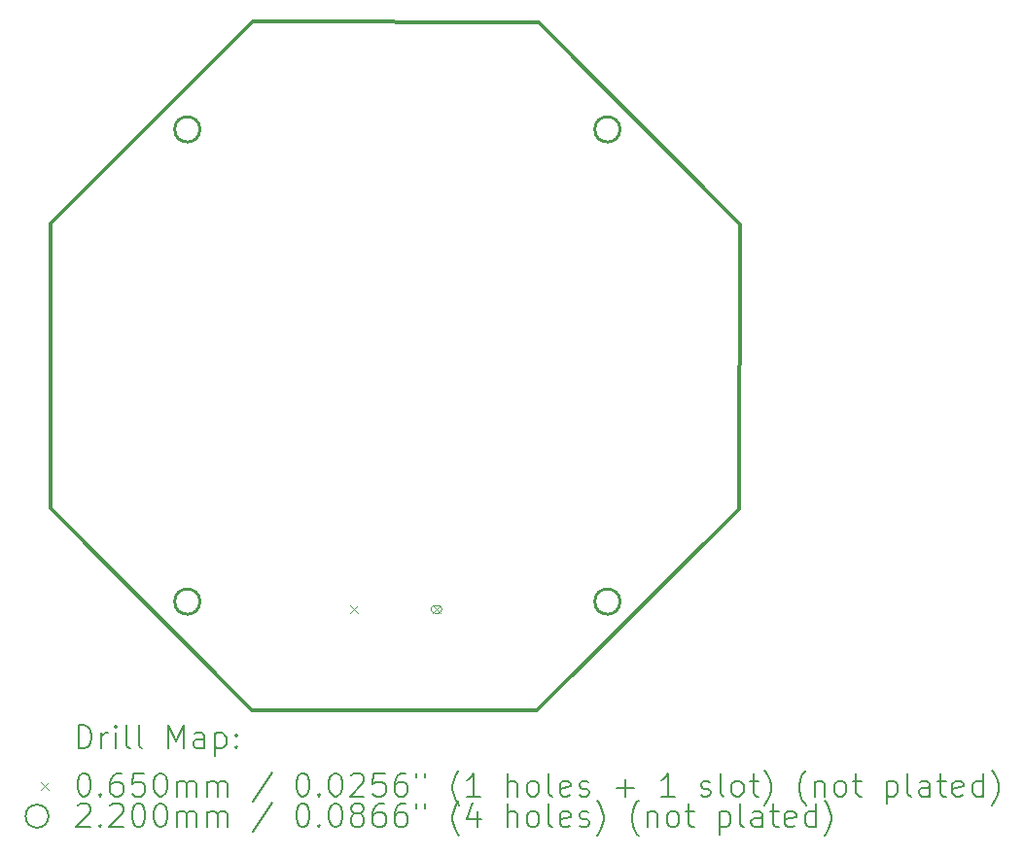
<source format=gbr>
%TF.GenerationSoftware,KiCad,Pcbnew,7.0.9-7.0.9~ubuntu22.04.1*%
%TF.CreationDate,2023-12-21T18:53:37+01:00*%
%TF.ProjectId,lidar 2 round,6c696461-7220-4322-9072-6f756e642e6b,rev?*%
%TF.SameCoordinates,Original*%
%TF.FileFunction,Drillmap*%
%TF.FilePolarity,Positive*%
%FSLAX45Y45*%
G04 Gerber Fmt 4.5, Leading zero omitted, Abs format (unit mm)*
G04 Created by KiCad (PCBNEW 7.0.9-7.0.9~ubuntu22.04.1) date 2023-12-21 18:53:37*
%MOMM*%
%LPD*%
G01*
G04 APERTURE LIST*
%ADD10C,0.349999*%
%ADD11C,0.200000*%
%ADD12C,0.100000*%
%ADD13C,0.220000*%
G04 APERTURE END LIST*
D10*
X16900000Y-8700000D02*
X15146659Y-6940976D01*
X16895981Y-11183617D02*
X16900000Y-8700000D01*
X15136957Y-12936957D02*
X16895981Y-11183617D01*
X10900000Y-11173914D02*
X12653341Y-12932938D01*
X10904019Y-8690298D02*
X10900000Y-11173914D01*
X12653341Y-12932938D02*
X15136957Y-12936957D01*
X12663043Y-6936957D02*
X10904019Y-8690298D01*
X15146659Y-6940976D02*
X12663043Y-6936957D01*
D11*
D12*
X13508500Y-12022500D02*
X13573500Y-12087500D01*
X13573500Y-12022500D02*
X13508500Y-12087500D01*
X14228500Y-12022500D02*
X14293500Y-12087500D01*
X14293500Y-12022500D02*
X14228500Y-12087500D01*
X14246000Y-12087500D02*
X14276000Y-12087500D01*
X14276000Y-12087500D02*
G75*
G03*
X14276000Y-12022500I0J32500D01*
G01*
X14276000Y-12022500D02*
X14246000Y-12022500D01*
X14246000Y-12022500D02*
G75*
G03*
X14246000Y-12087500I0J-32500D01*
G01*
D13*
X12200400Y-7874000D02*
G75*
G03*
X12200400Y-7874000I-110000J0D01*
G01*
X12200400Y-11988800D02*
G75*
G03*
X12200400Y-11988800I-110000J0D01*
G01*
X15858000Y-7874000D02*
G75*
G03*
X15858000Y-7874000I-110000J0D01*
G01*
X15858000Y-11988800D02*
G75*
G03*
X15858000Y-11988800I-110000J0D01*
G01*
D11*
X11143277Y-13265941D02*
X11143277Y-13065941D01*
X11143277Y-13065941D02*
X11190896Y-13065941D01*
X11190896Y-13065941D02*
X11219468Y-13075465D01*
X11219468Y-13075465D02*
X11238515Y-13094512D01*
X11238515Y-13094512D02*
X11248039Y-13113560D01*
X11248039Y-13113560D02*
X11257563Y-13151655D01*
X11257563Y-13151655D02*
X11257563Y-13180226D01*
X11257563Y-13180226D02*
X11248039Y-13218322D01*
X11248039Y-13218322D02*
X11238515Y-13237369D01*
X11238515Y-13237369D02*
X11219468Y-13256417D01*
X11219468Y-13256417D02*
X11190896Y-13265941D01*
X11190896Y-13265941D02*
X11143277Y-13265941D01*
X11343277Y-13265941D02*
X11343277Y-13132607D01*
X11343277Y-13170703D02*
X11352801Y-13151655D01*
X11352801Y-13151655D02*
X11362325Y-13142131D01*
X11362325Y-13142131D02*
X11381372Y-13132607D01*
X11381372Y-13132607D02*
X11400420Y-13132607D01*
X11467087Y-13265941D02*
X11467087Y-13132607D01*
X11467087Y-13065941D02*
X11457563Y-13075465D01*
X11457563Y-13075465D02*
X11467087Y-13084988D01*
X11467087Y-13084988D02*
X11476610Y-13075465D01*
X11476610Y-13075465D02*
X11467087Y-13065941D01*
X11467087Y-13065941D02*
X11467087Y-13084988D01*
X11590896Y-13265941D02*
X11571848Y-13256417D01*
X11571848Y-13256417D02*
X11562325Y-13237369D01*
X11562325Y-13237369D02*
X11562325Y-13065941D01*
X11695658Y-13265941D02*
X11676610Y-13256417D01*
X11676610Y-13256417D02*
X11667087Y-13237369D01*
X11667087Y-13237369D02*
X11667087Y-13065941D01*
X11924229Y-13265941D02*
X11924229Y-13065941D01*
X11924229Y-13065941D02*
X11990896Y-13208798D01*
X11990896Y-13208798D02*
X12057563Y-13065941D01*
X12057563Y-13065941D02*
X12057563Y-13265941D01*
X12238515Y-13265941D02*
X12238515Y-13161179D01*
X12238515Y-13161179D02*
X12228991Y-13142131D01*
X12228991Y-13142131D02*
X12209944Y-13132607D01*
X12209944Y-13132607D02*
X12171848Y-13132607D01*
X12171848Y-13132607D02*
X12152801Y-13142131D01*
X12238515Y-13256417D02*
X12219468Y-13265941D01*
X12219468Y-13265941D02*
X12171848Y-13265941D01*
X12171848Y-13265941D02*
X12152801Y-13256417D01*
X12152801Y-13256417D02*
X12143277Y-13237369D01*
X12143277Y-13237369D02*
X12143277Y-13218322D01*
X12143277Y-13218322D02*
X12152801Y-13199274D01*
X12152801Y-13199274D02*
X12171848Y-13189750D01*
X12171848Y-13189750D02*
X12219468Y-13189750D01*
X12219468Y-13189750D02*
X12238515Y-13180226D01*
X12333753Y-13132607D02*
X12333753Y-13332607D01*
X12333753Y-13142131D02*
X12352801Y-13132607D01*
X12352801Y-13132607D02*
X12390896Y-13132607D01*
X12390896Y-13132607D02*
X12409944Y-13142131D01*
X12409944Y-13142131D02*
X12419468Y-13151655D01*
X12419468Y-13151655D02*
X12428991Y-13170703D01*
X12428991Y-13170703D02*
X12428991Y-13227845D01*
X12428991Y-13227845D02*
X12419468Y-13246893D01*
X12419468Y-13246893D02*
X12409944Y-13256417D01*
X12409944Y-13256417D02*
X12390896Y-13265941D01*
X12390896Y-13265941D02*
X12352801Y-13265941D01*
X12352801Y-13265941D02*
X12333753Y-13256417D01*
X12514706Y-13246893D02*
X12524229Y-13256417D01*
X12524229Y-13256417D02*
X12514706Y-13265941D01*
X12514706Y-13265941D02*
X12505182Y-13256417D01*
X12505182Y-13256417D02*
X12514706Y-13246893D01*
X12514706Y-13246893D02*
X12514706Y-13265941D01*
X12514706Y-13142131D02*
X12524229Y-13151655D01*
X12524229Y-13151655D02*
X12514706Y-13161179D01*
X12514706Y-13161179D02*
X12505182Y-13151655D01*
X12505182Y-13151655D02*
X12514706Y-13142131D01*
X12514706Y-13142131D02*
X12514706Y-13161179D01*
D12*
X10817500Y-13561957D02*
X10882500Y-13626957D01*
X10882500Y-13561957D02*
X10817500Y-13626957D01*
D11*
X11181372Y-13485941D02*
X11200420Y-13485941D01*
X11200420Y-13485941D02*
X11219468Y-13495465D01*
X11219468Y-13495465D02*
X11228991Y-13504988D01*
X11228991Y-13504988D02*
X11238515Y-13524036D01*
X11238515Y-13524036D02*
X11248039Y-13562131D01*
X11248039Y-13562131D02*
X11248039Y-13609750D01*
X11248039Y-13609750D02*
X11238515Y-13647845D01*
X11238515Y-13647845D02*
X11228991Y-13666893D01*
X11228991Y-13666893D02*
X11219468Y-13676417D01*
X11219468Y-13676417D02*
X11200420Y-13685941D01*
X11200420Y-13685941D02*
X11181372Y-13685941D01*
X11181372Y-13685941D02*
X11162325Y-13676417D01*
X11162325Y-13676417D02*
X11152801Y-13666893D01*
X11152801Y-13666893D02*
X11143277Y-13647845D01*
X11143277Y-13647845D02*
X11133753Y-13609750D01*
X11133753Y-13609750D02*
X11133753Y-13562131D01*
X11133753Y-13562131D02*
X11143277Y-13524036D01*
X11143277Y-13524036D02*
X11152801Y-13504988D01*
X11152801Y-13504988D02*
X11162325Y-13495465D01*
X11162325Y-13495465D02*
X11181372Y-13485941D01*
X11333753Y-13666893D02*
X11343277Y-13676417D01*
X11343277Y-13676417D02*
X11333753Y-13685941D01*
X11333753Y-13685941D02*
X11324229Y-13676417D01*
X11324229Y-13676417D02*
X11333753Y-13666893D01*
X11333753Y-13666893D02*
X11333753Y-13685941D01*
X11514706Y-13485941D02*
X11476610Y-13485941D01*
X11476610Y-13485941D02*
X11457563Y-13495465D01*
X11457563Y-13495465D02*
X11448039Y-13504988D01*
X11448039Y-13504988D02*
X11428991Y-13533560D01*
X11428991Y-13533560D02*
X11419468Y-13571655D01*
X11419468Y-13571655D02*
X11419468Y-13647845D01*
X11419468Y-13647845D02*
X11428991Y-13666893D01*
X11428991Y-13666893D02*
X11438515Y-13676417D01*
X11438515Y-13676417D02*
X11457563Y-13685941D01*
X11457563Y-13685941D02*
X11495658Y-13685941D01*
X11495658Y-13685941D02*
X11514706Y-13676417D01*
X11514706Y-13676417D02*
X11524229Y-13666893D01*
X11524229Y-13666893D02*
X11533753Y-13647845D01*
X11533753Y-13647845D02*
X11533753Y-13600226D01*
X11533753Y-13600226D02*
X11524229Y-13581179D01*
X11524229Y-13581179D02*
X11514706Y-13571655D01*
X11514706Y-13571655D02*
X11495658Y-13562131D01*
X11495658Y-13562131D02*
X11457563Y-13562131D01*
X11457563Y-13562131D02*
X11438515Y-13571655D01*
X11438515Y-13571655D02*
X11428991Y-13581179D01*
X11428991Y-13581179D02*
X11419468Y-13600226D01*
X11714706Y-13485941D02*
X11619468Y-13485941D01*
X11619468Y-13485941D02*
X11609944Y-13581179D01*
X11609944Y-13581179D02*
X11619468Y-13571655D01*
X11619468Y-13571655D02*
X11638515Y-13562131D01*
X11638515Y-13562131D02*
X11686134Y-13562131D01*
X11686134Y-13562131D02*
X11705182Y-13571655D01*
X11705182Y-13571655D02*
X11714706Y-13581179D01*
X11714706Y-13581179D02*
X11724229Y-13600226D01*
X11724229Y-13600226D02*
X11724229Y-13647845D01*
X11724229Y-13647845D02*
X11714706Y-13666893D01*
X11714706Y-13666893D02*
X11705182Y-13676417D01*
X11705182Y-13676417D02*
X11686134Y-13685941D01*
X11686134Y-13685941D02*
X11638515Y-13685941D01*
X11638515Y-13685941D02*
X11619468Y-13676417D01*
X11619468Y-13676417D02*
X11609944Y-13666893D01*
X11848039Y-13485941D02*
X11867087Y-13485941D01*
X11867087Y-13485941D02*
X11886134Y-13495465D01*
X11886134Y-13495465D02*
X11895658Y-13504988D01*
X11895658Y-13504988D02*
X11905182Y-13524036D01*
X11905182Y-13524036D02*
X11914706Y-13562131D01*
X11914706Y-13562131D02*
X11914706Y-13609750D01*
X11914706Y-13609750D02*
X11905182Y-13647845D01*
X11905182Y-13647845D02*
X11895658Y-13666893D01*
X11895658Y-13666893D02*
X11886134Y-13676417D01*
X11886134Y-13676417D02*
X11867087Y-13685941D01*
X11867087Y-13685941D02*
X11848039Y-13685941D01*
X11848039Y-13685941D02*
X11828991Y-13676417D01*
X11828991Y-13676417D02*
X11819468Y-13666893D01*
X11819468Y-13666893D02*
X11809944Y-13647845D01*
X11809944Y-13647845D02*
X11800420Y-13609750D01*
X11800420Y-13609750D02*
X11800420Y-13562131D01*
X11800420Y-13562131D02*
X11809944Y-13524036D01*
X11809944Y-13524036D02*
X11819468Y-13504988D01*
X11819468Y-13504988D02*
X11828991Y-13495465D01*
X11828991Y-13495465D02*
X11848039Y-13485941D01*
X12000420Y-13685941D02*
X12000420Y-13552607D01*
X12000420Y-13571655D02*
X12009944Y-13562131D01*
X12009944Y-13562131D02*
X12028991Y-13552607D01*
X12028991Y-13552607D02*
X12057563Y-13552607D01*
X12057563Y-13552607D02*
X12076610Y-13562131D01*
X12076610Y-13562131D02*
X12086134Y-13581179D01*
X12086134Y-13581179D02*
X12086134Y-13685941D01*
X12086134Y-13581179D02*
X12095658Y-13562131D01*
X12095658Y-13562131D02*
X12114706Y-13552607D01*
X12114706Y-13552607D02*
X12143277Y-13552607D01*
X12143277Y-13552607D02*
X12162325Y-13562131D01*
X12162325Y-13562131D02*
X12171849Y-13581179D01*
X12171849Y-13581179D02*
X12171849Y-13685941D01*
X12267087Y-13685941D02*
X12267087Y-13552607D01*
X12267087Y-13571655D02*
X12276610Y-13562131D01*
X12276610Y-13562131D02*
X12295658Y-13552607D01*
X12295658Y-13552607D02*
X12324230Y-13552607D01*
X12324230Y-13552607D02*
X12343277Y-13562131D01*
X12343277Y-13562131D02*
X12352801Y-13581179D01*
X12352801Y-13581179D02*
X12352801Y-13685941D01*
X12352801Y-13581179D02*
X12362325Y-13562131D01*
X12362325Y-13562131D02*
X12381372Y-13552607D01*
X12381372Y-13552607D02*
X12409944Y-13552607D01*
X12409944Y-13552607D02*
X12428991Y-13562131D01*
X12428991Y-13562131D02*
X12438515Y-13581179D01*
X12438515Y-13581179D02*
X12438515Y-13685941D01*
X12828991Y-13476417D02*
X12657563Y-13733560D01*
X13086134Y-13485941D02*
X13105182Y-13485941D01*
X13105182Y-13485941D02*
X13124230Y-13495465D01*
X13124230Y-13495465D02*
X13133753Y-13504988D01*
X13133753Y-13504988D02*
X13143277Y-13524036D01*
X13143277Y-13524036D02*
X13152801Y-13562131D01*
X13152801Y-13562131D02*
X13152801Y-13609750D01*
X13152801Y-13609750D02*
X13143277Y-13647845D01*
X13143277Y-13647845D02*
X13133753Y-13666893D01*
X13133753Y-13666893D02*
X13124230Y-13676417D01*
X13124230Y-13676417D02*
X13105182Y-13685941D01*
X13105182Y-13685941D02*
X13086134Y-13685941D01*
X13086134Y-13685941D02*
X13067087Y-13676417D01*
X13067087Y-13676417D02*
X13057563Y-13666893D01*
X13057563Y-13666893D02*
X13048039Y-13647845D01*
X13048039Y-13647845D02*
X13038515Y-13609750D01*
X13038515Y-13609750D02*
X13038515Y-13562131D01*
X13038515Y-13562131D02*
X13048039Y-13524036D01*
X13048039Y-13524036D02*
X13057563Y-13504988D01*
X13057563Y-13504988D02*
X13067087Y-13495465D01*
X13067087Y-13495465D02*
X13086134Y-13485941D01*
X13238515Y-13666893D02*
X13248039Y-13676417D01*
X13248039Y-13676417D02*
X13238515Y-13685941D01*
X13238515Y-13685941D02*
X13228992Y-13676417D01*
X13228992Y-13676417D02*
X13238515Y-13666893D01*
X13238515Y-13666893D02*
X13238515Y-13685941D01*
X13371849Y-13485941D02*
X13390896Y-13485941D01*
X13390896Y-13485941D02*
X13409944Y-13495465D01*
X13409944Y-13495465D02*
X13419468Y-13504988D01*
X13419468Y-13504988D02*
X13428992Y-13524036D01*
X13428992Y-13524036D02*
X13438515Y-13562131D01*
X13438515Y-13562131D02*
X13438515Y-13609750D01*
X13438515Y-13609750D02*
X13428992Y-13647845D01*
X13428992Y-13647845D02*
X13419468Y-13666893D01*
X13419468Y-13666893D02*
X13409944Y-13676417D01*
X13409944Y-13676417D02*
X13390896Y-13685941D01*
X13390896Y-13685941D02*
X13371849Y-13685941D01*
X13371849Y-13685941D02*
X13352801Y-13676417D01*
X13352801Y-13676417D02*
X13343277Y-13666893D01*
X13343277Y-13666893D02*
X13333753Y-13647845D01*
X13333753Y-13647845D02*
X13324230Y-13609750D01*
X13324230Y-13609750D02*
X13324230Y-13562131D01*
X13324230Y-13562131D02*
X13333753Y-13524036D01*
X13333753Y-13524036D02*
X13343277Y-13504988D01*
X13343277Y-13504988D02*
X13352801Y-13495465D01*
X13352801Y-13495465D02*
X13371849Y-13485941D01*
X13514706Y-13504988D02*
X13524230Y-13495465D01*
X13524230Y-13495465D02*
X13543277Y-13485941D01*
X13543277Y-13485941D02*
X13590896Y-13485941D01*
X13590896Y-13485941D02*
X13609944Y-13495465D01*
X13609944Y-13495465D02*
X13619468Y-13504988D01*
X13619468Y-13504988D02*
X13628992Y-13524036D01*
X13628992Y-13524036D02*
X13628992Y-13543084D01*
X13628992Y-13543084D02*
X13619468Y-13571655D01*
X13619468Y-13571655D02*
X13505182Y-13685941D01*
X13505182Y-13685941D02*
X13628992Y-13685941D01*
X13809944Y-13485941D02*
X13714706Y-13485941D01*
X13714706Y-13485941D02*
X13705182Y-13581179D01*
X13705182Y-13581179D02*
X13714706Y-13571655D01*
X13714706Y-13571655D02*
X13733753Y-13562131D01*
X13733753Y-13562131D02*
X13781373Y-13562131D01*
X13781373Y-13562131D02*
X13800420Y-13571655D01*
X13800420Y-13571655D02*
X13809944Y-13581179D01*
X13809944Y-13581179D02*
X13819468Y-13600226D01*
X13819468Y-13600226D02*
X13819468Y-13647845D01*
X13819468Y-13647845D02*
X13809944Y-13666893D01*
X13809944Y-13666893D02*
X13800420Y-13676417D01*
X13800420Y-13676417D02*
X13781373Y-13685941D01*
X13781373Y-13685941D02*
X13733753Y-13685941D01*
X13733753Y-13685941D02*
X13714706Y-13676417D01*
X13714706Y-13676417D02*
X13705182Y-13666893D01*
X13990896Y-13485941D02*
X13952801Y-13485941D01*
X13952801Y-13485941D02*
X13933753Y-13495465D01*
X13933753Y-13495465D02*
X13924230Y-13504988D01*
X13924230Y-13504988D02*
X13905182Y-13533560D01*
X13905182Y-13533560D02*
X13895658Y-13571655D01*
X13895658Y-13571655D02*
X13895658Y-13647845D01*
X13895658Y-13647845D02*
X13905182Y-13666893D01*
X13905182Y-13666893D02*
X13914706Y-13676417D01*
X13914706Y-13676417D02*
X13933753Y-13685941D01*
X13933753Y-13685941D02*
X13971849Y-13685941D01*
X13971849Y-13685941D02*
X13990896Y-13676417D01*
X13990896Y-13676417D02*
X14000420Y-13666893D01*
X14000420Y-13666893D02*
X14009944Y-13647845D01*
X14009944Y-13647845D02*
X14009944Y-13600226D01*
X14009944Y-13600226D02*
X14000420Y-13581179D01*
X14000420Y-13581179D02*
X13990896Y-13571655D01*
X13990896Y-13571655D02*
X13971849Y-13562131D01*
X13971849Y-13562131D02*
X13933753Y-13562131D01*
X13933753Y-13562131D02*
X13914706Y-13571655D01*
X13914706Y-13571655D02*
X13905182Y-13581179D01*
X13905182Y-13581179D02*
X13895658Y-13600226D01*
X14086134Y-13485941D02*
X14086134Y-13524036D01*
X14162325Y-13485941D02*
X14162325Y-13524036D01*
X14457563Y-13762131D02*
X14448039Y-13752607D01*
X14448039Y-13752607D02*
X14428992Y-13724036D01*
X14428992Y-13724036D02*
X14419468Y-13704988D01*
X14419468Y-13704988D02*
X14409944Y-13676417D01*
X14409944Y-13676417D02*
X14400420Y-13628798D01*
X14400420Y-13628798D02*
X14400420Y-13590703D01*
X14400420Y-13590703D02*
X14409944Y-13543084D01*
X14409944Y-13543084D02*
X14419468Y-13514512D01*
X14419468Y-13514512D02*
X14428992Y-13495465D01*
X14428992Y-13495465D02*
X14448039Y-13466893D01*
X14448039Y-13466893D02*
X14457563Y-13457369D01*
X14638515Y-13685941D02*
X14524230Y-13685941D01*
X14581373Y-13685941D02*
X14581373Y-13485941D01*
X14581373Y-13485941D02*
X14562325Y-13514512D01*
X14562325Y-13514512D02*
X14543277Y-13533560D01*
X14543277Y-13533560D02*
X14524230Y-13543084D01*
X14876611Y-13685941D02*
X14876611Y-13485941D01*
X14962325Y-13685941D02*
X14962325Y-13581179D01*
X14962325Y-13581179D02*
X14952801Y-13562131D01*
X14952801Y-13562131D02*
X14933754Y-13552607D01*
X14933754Y-13552607D02*
X14905182Y-13552607D01*
X14905182Y-13552607D02*
X14886135Y-13562131D01*
X14886135Y-13562131D02*
X14876611Y-13571655D01*
X15086135Y-13685941D02*
X15067087Y-13676417D01*
X15067087Y-13676417D02*
X15057563Y-13666893D01*
X15057563Y-13666893D02*
X15048039Y-13647845D01*
X15048039Y-13647845D02*
X15048039Y-13590703D01*
X15048039Y-13590703D02*
X15057563Y-13571655D01*
X15057563Y-13571655D02*
X15067087Y-13562131D01*
X15067087Y-13562131D02*
X15086135Y-13552607D01*
X15086135Y-13552607D02*
X15114706Y-13552607D01*
X15114706Y-13552607D02*
X15133754Y-13562131D01*
X15133754Y-13562131D02*
X15143277Y-13571655D01*
X15143277Y-13571655D02*
X15152801Y-13590703D01*
X15152801Y-13590703D02*
X15152801Y-13647845D01*
X15152801Y-13647845D02*
X15143277Y-13666893D01*
X15143277Y-13666893D02*
X15133754Y-13676417D01*
X15133754Y-13676417D02*
X15114706Y-13685941D01*
X15114706Y-13685941D02*
X15086135Y-13685941D01*
X15267087Y-13685941D02*
X15248039Y-13676417D01*
X15248039Y-13676417D02*
X15238516Y-13657369D01*
X15238516Y-13657369D02*
X15238516Y-13485941D01*
X15419468Y-13676417D02*
X15400420Y-13685941D01*
X15400420Y-13685941D02*
X15362325Y-13685941D01*
X15362325Y-13685941D02*
X15343277Y-13676417D01*
X15343277Y-13676417D02*
X15333754Y-13657369D01*
X15333754Y-13657369D02*
X15333754Y-13581179D01*
X15333754Y-13581179D02*
X15343277Y-13562131D01*
X15343277Y-13562131D02*
X15362325Y-13552607D01*
X15362325Y-13552607D02*
X15400420Y-13552607D01*
X15400420Y-13552607D02*
X15419468Y-13562131D01*
X15419468Y-13562131D02*
X15428992Y-13581179D01*
X15428992Y-13581179D02*
X15428992Y-13600226D01*
X15428992Y-13600226D02*
X15333754Y-13619274D01*
X15505182Y-13676417D02*
X15524230Y-13685941D01*
X15524230Y-13685941D02*
X15562325Y-13685941D01*
X15562325Y-13685941D02*
X15581373Y-13676417D01*
X15581373Y-13676417D02*
X15590897Y-13657369D01*
X15590897Y-13657369D02*
X15590897Y-13647845D01*
X15590897Y-13647845D02*
X15581373Y-13628798D01*
X15581373Y-13628798D02*
X15562325Y-13619274D01*
X15562325Y-13619274D02*
X15533754Y-13619274D01*
X15533754Y-13619274D02*
X15514706Y-13609750D01*
X15514706Y-13609750D02*
X15505182Y-13590703D01*
X15505182Y-13590703D02*
X15505182Y-13581179D01*
X15505182Y-13581179D02*
X15514706Y-13562131D01*
X15514706Y-13562131D02*
X15533754Y-13552607D01*
X15533754Y-13552607D02*
X15562325Y-13552607D01*
X15562325Y-13552607D02*
X15581373Y-13562131D01*
X15828992Y-13609750D02*
X15981373Y-13609750D01*
X15905182Y-13685941D02*
X15905182Y-13533560D01*
X16333754Y-13685941D02*
X16219468Y-13685941D01*
X16276611Y-13685941D02*
X16276611Y-13485941D01*
X16276611Y-13485941D02*
X16257563Y-13514512D01*
X16257563Y-13514512D02*
X16238516Y-13533560D01*
X16238516Y-13533560D02*
X16219468Y-13543084D01*
X16562325Y-13676417D02*
X16581373Y-13685941D01*
X16581373Y-13685941D02*
X16619468Y-13685941D01*
X16619468Y-13685941D02*
X16638516Y-13676417D01*
X16638516Y-13676417D02*
X16648040Y-13657369D01*
X16648040Y-13657369D02*
X16648040Y-13647845D01*
X16648040Y-13647845D02*
X16638516Y-13628798D01*
X16638516Y-13628798D02*
X16619468Y-13619274D01*
X16619468Y-13619274D02*
X16590897Y-13619274D01*
X16590897Y-13619274D02*
X16571849Y-13609750D01*
X16571849Y-13609750D02*
X16562325Y-13590703D01*
X16562325Y-13590703D02*
X16562325Y-13581179D01*
X16562325Y-13581179D02*
X16571849Y-13562131D01*
X16571849Y-13562131D02*
X16590897Y-13552607D01*
X16590897Y-13552607D02*
X16619468Y-13552607D01*
X16619468Y-13552607D02*
X16638516Y-13562131D01*
X16762325Y-13685941D02*
X16743278Y-13676417D01*
X16743278Y-13676417D02*
X16733754Y-13657369D01*
X16733754Y-13657369D02*
X16733754Y-13485941D01*
X16867087Y-13685941D02*
X16848040Y-13676417D01*
X16848040Y-13676417D02*
X16838516Y-13666893D01*
X16838516Y-13666893D02*
X16828992Y-13647845D01*
X16828992Y-13647845D02*
X16828992Y-13590703D01*
X16828992Y-13590703D02*
X16838516Y-13571655D01*
X16838516Y-13571655D02*
X16848040Y-13562131D01*
X16848040Y-13562131D02*
X16867087Y-13552607D01*
X16867087Y-13552607D02*
X16895659Y-13552607D01*
X16895659Y-13552607D02*
X16914706Y-13562131D01*
X16914706Y-13562131D02*
X16924230Y-13571655D01*
X16924230Y-13571655D02*
X16933754Y-13590703D01*
X16933754Y-13590703D02*
X16933754Y-13647845D01*
X16933754Y-13647845D02*
X16924230Y-13666893D01*
X16924230Y-13666893D02*
X16914706Y-13676417D01*
X16914706Y-13676417D02*
X16895659Y-13685941D01*
X16895659Y-13685941D02*
X16867087Y-13685941D01*
X16990897Y-13552607D02*
X17067087Y-13552607D01*
X17019468Y-13485941D02*
X17019468Y-13657369D01*
X17019468Y-13657369D02*
X17028992Y-13676417D01*
X17028992Y-13676417D02*
X17048040Y-13685941D01*
X17048040Y-13685941D02*
X17067087Y-13685941D01*
X17114706Y-13762131D02*
X17124230Y-13752607D01*
X17124230Y-13752607D02*
X17143278Y-13724036D01*
X17143278Y-13724036D02*
X17152802Y-13704988D01*
X17152802Y-13704988D02*
X17162325Y-13676417D01*
X17162325Y-13676417D02*
X17171849Y-13628798D01*
X17171849Y-13628798D02*
X17171849Y-13590703D01*
X17171849Y-13590703D02*
X17162325Y-13543084D01*
X17162325Y-13543084D02*
X17152802Y-13514512D01*
X17152802Y-13514512D02*
X17143278Y-13495465D01*
X17143278Y-13495465D02*
X17124230Y-13466893D01*
X17124230Y-13466893D02*
X17114706Y-13457369D01*
X17476611Y-13762131D02*
X17467087Y-13752607D01*
X17467087Y-13752607D02*
X17448040Y-13724036D01*
X17448040Y-13724036D02*
X17438516Y-13704988D01*
X17438516Y-13704988D02*
X17428992Y-13676417D01*
X17428992Y-13676417D02*
X17419468Y-13628798D01*
X17419468Y-13628798D02*
X17419468Y-13590703D01*
X17419468Y-13590703D02*
X17428992Y-13543084D01*
X17428992Y-13543084D02*
X17438516Y-13514512D01*
X17438516Y-13514512D02*
X17448040Y-13495465D01*
X17448040Y-13495465D02*
X17467087Y-13466893D01*
X17467087Y-13466893D02*
X17476611Y-13457369D01*
X17552802Y-13552607D02*
X17552802Y-13685941D01*
X17552802Y-13571655D02*
X17562325Y-13562131D01*
X17562325Y-13562131D02*
X17581373Y-13552607D01*
X17581373Y-13552607D02*
X17609944Y-13552607D01*
X17609944Y-13552607D02*
X17628992Y-13562131D01*
X17628992Y-13562131D02*
X17638516Y-13581179D01*
X17638516Y-13581179D02*
X17638516Y-13685941D01*
X17762325Y-13685941D02*
X17743278Y-13676417D01*
X17743278Y-13676417D02*
X17733754Y-13666893D01*
X17733754Y-13666893D02*
X17724230Y-13647845D01*
X17724230Y-13647845D02*
X17724230Y-13590703D01*
X17724230Y-13590703D02*
X17733754Y-13571655D01*
X17733754Y-13571655D02*
X17743278Y-13562131D01*
X17743278Y-13562131D02*
X17762325Y-13552607D01*
X17762325Y-13552607D02*
X17790897Y-13552607D01*
X17790897Y-13552607D02*
X17809944Y-13562131D01*
X17809944Y-13562131D02*
X17819468Y-13571655D01*
X17819468Y-13571655D02*
X17828992Y-13590703D01*
X17828992Y-13590703D02*
X17828992Y-13647845D01*
X17828992Y-13647845D02*
X17819468Y-13666893D01*
X17819468Y-13666893D02*
X17809944Y-13676417D01*
X17809944Y-13676417D02*
X17790897Y-13685941D01*
X17790897Y-13685941D02*
X17762325Y-13685941D01*
X17886135Y-13552607D02*
X17962325Y-13552607D01*
X17914706Y-13485941D02*
X17914706Y-13657369D01*
X17914706Y-13657369D02*
X17924230Y-13676417D01*
X17924230Y-13676417D02*
X17943278Y-13685941D01*
X17943278Y-13685941D02*
X17962325Y-13685941D01*
X18181373Y-13552607D02*
X18181373Y-13752607D01*
X18181373Y-13562131D02*
X18200421Y-13552607D01*
X18200421Y-13552607D02*
X18238516Y-13552607D01*
X18238516Y-13552607D02*
X18257564Y-13562131D01*
X18257564Y-13562131D02*
X18267087Y-13571655D01*
X18267087Y-13571655D02*
X18276611Y-13590703D01*
X18276611Y-13590703D02*
X18276611Y-13647845D01*
X18276611Y-13647845D02*
X18267087Y-13666893D01*
X18267087Y-13666893D02*
X18257564Y-13676417D01*
X18257564Y-13676417D02*
X18238516Y-13685941D01*
X18238516Y-13685941D02*
X18200421Y-13685941D01*
X18200421Y-13685941D02*
X18181373Y-13676417D01*
X18390897Y-13685941D02*
X18371849Y-13676417D01*
X18371849Y-13676417D02*
X18362325Y-13657369D01*
X18362325Y-13657369D02*
X18362325Y-13485941D01*
X18552802Y-13685941D02*
X18552802Y-13581179D01*
X18552802Y-13581179D02*
X18543278Y-13562131D01*
X18543278Y-13562131D02*
X18524230Y-13552607D01*
X18524230Y-13552607D02*
X18486135Y-13552607D01*
X18486135Y-13552607D02*
X18467087Y-13562131D01*
X18552802Y-13676417D02*
X18533754Y-13685941D01*
X18533754Y-13685941D02*
X18486135Y-13685941D01*
X18486135Y-13685941D02*
X18467087Y-13676417D01*
X18467087Y-13676417D02*
X18457564Y-13657369D01*
X18457564Y-13657369D02*
X18457564Y-13638322D01*
X18457564Y-13638322D02*
X18467087Y-13619274D01*
X18467087Y-13619274D02*
X18486135Y-13609750D01*
X18486135Y-13609750D02*
X18533754Y-13609750D01*
X18533754Y-13609750D02*
X18552802Y-13600226D01*
X18619468Y-13552607D02*
X18695659Y-13552607D01*
X18648040Y-13485941D02*
X18648040Y-13657369D01*
X18648040Y-13657369D02*
X18657564Y-13676417D01*
X18657564Y-13676417D02*
X18676611Y-13685941D01*
X18676611Y-13685941D02*
X18695659Y-13685941D01*
X18838516Y-13676417D02*
X18819468Y-13685941D01*
X18819468Y-13685941D02*
X18781373Y-13685941D01*
X18781373Y-13685941D02*
X18762325Y-13676417D01*
X18762325Y-13676417D02*
X18752802Y-13657369D01*
X18752802Y-13657369D02*
X18752802Y-13581179D01*
X18752802Y-13581179D02*
X18762325Y-13562131D01*
X18762325Y-13562131D02*
X18781373Y-13552607D01*
X18781373Y-13552607D02*
X18819468Y-13552607D01*
X18819468Y-13552607D02*
X18838516Y-13562131D01*
X18838516Y-13562131D02*
X18848040Y-13581179D01*
X18848040Y-13581179D02*
X18848040Y-13600226D01*
X18848040Y-13600226D02*
X18752802Y-13619274D01*
X19019468Y-13685941D02*
X19019468Y-13485941D01*
X19019468Y-13676417D02*
X19000421Y-13685941D01*
X19000421Y-13685941D02*
X18962325Y-13685941D01*
X18962325Y-13685941D02*
X18943278Y-13676417D01*
X18943278Y-13676417D02*
X18933754Y-13666893D01*
X18933754Y-13666893D02*
X18924230Y-13647845D01*
X18924230Y-13647845D02*
X18924230Y-13590703D01*
X18924230Y-13590703D02*
X18933754Y-13571655D01*
X18933754Y-13571655D02*
X18943278Y-13562131D01*
X18943278Y-13562131D02*
X18962325Y-13552607D01*
X18962325Y-13552607D02*
X19000421Y-13552607D01*
X19000421Y-13552607D02*
X19019468Y-13562131D01*
X19095659Y-13762131D02*
X19105183Y-13752607D01*
X19105183Y-13752607D02*
X19124230Y-13724036D01*
X19124230Y-13724036D02*
X19133754Y-13704988D01*
X19133754Y-13704988D02*
X19143278Y-13676417D01*
X19143278Y-13676417D02*
X19152802Y-13628798D01*
X19152802Y-13628798D02*
X19152802Y-13590703D01*
X19152802Y-13590703D02*
X19143278Y-13543084D01*
X19143278Y-13543084D02*
X19133754Y-13514512D01*
X19133754Y-13514512D02*
X19124230Y-13495465D01*
X19124230Y-13495465D02*
X19105183Y-13466893D01*
X19105183Y-13466893D02*
X19095659Y-13457369D01*
X10882500Y-13858457D02*
G75*
G03*
X10882500Y-13858457I-100000J0D01*
G01*
X11133753Y-13768988D02*
X11143277Y-13759465D01*
X11143277Y-13759465D02*
X11162325Y-13749941D01*
X11162325Y-13749941D02*
X11209944Y-13749941D01*
X11209944Y-13749941D02*
X11228991Y-13759465D01*
X11228991Y-13759465D02*
X11238515Y-13768988D01*
X11238515Y-13768988D02*
X11248039Y-13788036D01*
X11248039Y-13788036D02*
X11248039Y-13807084D01*
X11248039Y-13807084D02*
X11238515Y-13835655D01*
X11238515Y-13835655D02*
X11124230Y-13949941D01*
X11124230Y-13949941D02*
X11248039Y-13949941D01*
X11333753Y-13930893D02*
X11343277Y-13940417D01*
X11343277Y-13940417D02*
X11333753Y-13949941D01*
X11333753Y-13949941D02*
X11324229Y-13940417D01*
X11324229Y-13940417D02*
X11333753Y-13930893D01*
X11333753Y-13930893D02*
X11333753Y-13949941D01*
X11419468Y-13768988D02*
X11428991Y-13759465D01*
X11428991Y-13759465D02*
X11448039Y-13749941D01*
X11448039Y-13749941D02*
X11495658Y-13749941D01*
X11495658Y-13749941D02*
X11514706Y-13759465D01*
X11514706Y-13759465D02*
X11524229Y-13768988D01*
X11524229Y-13768988D02*
X11533753Y-13788036D01*
X11533753Y-13788036D02*
X11533753Y-13807084D01*
X11533753Y-13807084D02*
X11524229Y-13835655D01*
X11524229Y-13835655D02*
X11409944Y-13949941D01*
X11409944Y-13949941D02*
X11533753Y-13949941D01*
X11657563Y-13749941D02*
X11676610Y-13749941D01*
X11676610Y-13749941D02*
X11695658Y-13759465D01*
X11695658Y-13759465D02*
X11705182Y-13768988D01*
X11705182Y-13768988D02*
X11714706Y-13788036D01*
X11714706Y-13788036D02*
X11724229Y-13826131D01*
X11724229Y-13826131D02*
X11724229Y-13873750D01*
X11724229Y-13873750D02*
X11714706Y-13911845D01*
X11714706Y-13911845D02*
X11705182Y-13930893D01*
X11705182Y-13930893D02*
X11695658Y-13940417D01*
X11695658Y-13940417D02*
X11676610Y-13949941D01*
X11676610Y-13949941D02*
X11657563Y-13949941D01*
X11657563Y-13949941D02*
X11638515Y-13940417D01*
X11638515Y-13940417D02*
X11628991Y-13930893D01*
X11628991Y-13930893D02*
X11619468Y-13911845D01*
X11619468Y-13911845D02*
X11609944Y-13873750D01*
X11609944Y-13873750D02*
X11609944Y-13826131D01*
X11609944Y-13826131D02*
X11619468Y-13788036D01*
X11619468Y-13788036D02*
X11628991Y-13768988D01*
X11628991Y-13768988D02*
X11638515Y-13759465D01*
X11638515Y-13759465D02*
X11657563Y-13749941D01*
X11848039Y-13749941D02*
X11867087Y-13749941D01*
X11867087Y-13749941D02*
X11886134Y-13759465D01*
X11886134Y-13759465D02*
X11895658Y-13768988D01*
X11895658Y-13768988D02*
X11905182Y-13788036D01*
X11905182Y-13788036D02*
X11914706Y-13826131D01*
X11914706Y-13826131D02*
X11914706Y-13873750D01*
X11914706Y-13873750D02*
X11905182Y-13911845D01*
X11905182Y-13911845D02*
X11895658Y-13930893D01*
X11895658Y-13930893D02*
X11886134Y-13940417D01*
X11886134Y-13940417D02*
X11867087Y-13949941D01*
X11867087Y-13949941D02*
X11848039Y-13949941D01*
X11848039Y-13949941D02*
X11828991Y-13940417D01*
X11828991Y-13940417D02*
X11819468Y-13930893D01*
X11819468Y-13930893D02*
X11809944Y-13911845D01*
X11809944Y-13911845D02*
X11800420Y-13873750D01*
X11800420Y-13873750D02*
X11800420Y-13826131D01*
X11800420Y-13826131D02*
X11809944Y-13788036D01*
X11809944Y-13788036D02*
X11819468Y-13768988D01*
X11819468Y-13768988D02*
X11828991Y-13759465D01*
X11828991Y-13759465D02*
X11848039Y-13749941D01*
X12000420Y-13949941D02*
X12000420Y-13816607D01*
X12000420Y-13835655D02*
X12009944Y-13826131D01*
X12009944Y-13826131D02*
X12028991Y-13816607D01*
X12028991Y-13816607D02*
X12057563Y-13816607D01*
X12057563Y-13816607D02*
X12076610Y-13826131D01*
X12076610Y-13826131D02*
X12086134Y-13845179D01*
X12086134Y-13845179D02*
X12086134Y-13949941D01*
X12086134Y-13845179D02*
X12095658Y-13826131D01*
X12095658Y-13826131D02*
X12114706Y-13816607D01*
X12114706Y-13816607D02*
X12143277Y-13816607D01*
X12143277Y-13816607D02*
X12162325Y-13826131D01*
X12162325Y-13826131D02*
X12171849Y-13845179D01*
X12171849Y-13845179D02*
X12171849Y-13949941D01*
X12267087Y-13949941D02*
X12267087Y-13816607D01*
X12267087Y-13835655D02*
X12276610Y-13826131D01*
X12276610Y-13826131D02*
X12295658Y-13816607D01*
X12295658Y-13816607D02*
X12324230Y-13816607D01*
X12324230Y-13816607D02*
X12343277Y-13826131D01*
X12343277Y-13826131D02*
X12352801Y-13845179D01*
X12352801Y-13845179D02*
X12352801Y-13949941D01*
X12352801Y-13845179D02*
X12362325Y-13826131D01*
X12362325Y-13826131D02*
X12381372Y-13816607D01*
X12381372Y-13816607D02*
X12409944Y-13816607D01*
X12409944Y-13816607D02*
X12428991Y-13826131D01*
X12428991Y-13826131D02*
X12438515Y-13845179D01*
X12438515Y-13845179D02*
X12438515Y-13949941D01*
X12828991Y-13740417D02*
X12657563Y-13997560D01*
X13086134Y-13749941D02*
X13105182Y-13749941D01*
X13105182Y-13749941D02*
X13124230Y-13759465D01*
X13124230Y-13759465D02*
X13133753Y-13768988D01*
X13133753Y-13768988D02*
X13143277Y-13788036D01*
X13143277Y-13788036D02*
X13152801Y-13826131D01*
X13152801Y-13826131D02*
X13152801Y-13873750D01*
X13152801Y-13873750D02*
X13143277Y-13911845D01*
X13143277Y-13911845D02*
X13133753Y-13930893D01*
X13133753Y-13930893D02*
X13124230Y-13940417D01*
X13124230Y-13940417D02*
X13105182Y-13949941D01*
X13105182Y-13949941D02*
X13086134Y-13949941D01*
X13086134Y-13949941D02*
X13067087Y-13940417D01*
X13067087Y-13940417D02*
X13057563Y-13930893D01*
X13057563Y-13930893D02*
X13048039Y-13911845D01*
X13048039Y-13911845D02*
X13038515Y-13873750D01*
X13038515Y-13873750D02*
X13038515Y-13826131D01*
X13038515Y-13826131D02*
X13048039Y-13788036D01*
X13048039Y-13788036D02*
X13057563Y-13768988D01*
X13057563Y-13768988D02*
X13067087Y-13759465D01*
X13067087Y-13759465D02*
X13086134Y-13749941D01*
X13238515Y-13930893D02*
X13248039Y-13940417D01*
X13248039Y-13940417D02*
X13238515Y-13949941D01*
X13238515Y-13949941D02*
X13228992Y-13940417D01*
X13228992Y-13940417D02*
X13238515Y-13930893D01*
X13238515Y-13930893D02*
X13238515Y-13949941D01*
X13371849Y-13749941D02*
X13390896Y-13749941D01*
X13390896Y-13749941D02*
X13409944Y-13759465D01*
X13409944Y-13759465D02*
X13419468Y-13768988D01*
X13419468Y-13768988D02*
X13428992Y-13788036D01*
X13428992Y-13788036D02*
X13438515Y-13826131D01*
X13438515Y-13826131D02*
X13438515Y-13873750D01*
X13438515Y-13873750D02*
X13428992Y-13911845D01*
X13428992Y-13911845D02*
X13419468Y-13930893D01*
X13419468Y-13930893D02*
X13409944Y-13940417D01*
X13409944Y-13940417D02*
X13390896Y-13949941D01*
X13390896Y-13949941D02*
X13371849Y-13949941D01*
X13371849Y-13949941D02*
X13352801Y-13940417D01*
X13352801Y-13940417D02*
X13343277Y-13930893D01*
X13343277Y-13930893D02*
X13333753Y-13911845D01*
X13333753Y-13911845D02*
X13324230Y-13873750D01*
X13324230Y-13873750D02*
X13324230Y-13826131D01*
X13324230Y-13826131D02*
X13333753Y-13788036D01*
X13333753Y-13788036D02*
X13343277Y-13768988D01*
X13343277Y-13768988D02*
X13352801Y-13759465D01*
X13352801Y-13759465D02*
X13371849Y-13749941D01*
X13552801Y-13835655D02*
X13533753Y-13826131D01*
X13533753Y-13826131D02*
X13524230Y-13816607D01*
X13524230Y-13816607D02*
X13514706Y-13797560D01*
X13514706Y-13797560D02*
X13514706Y-13788036D01*
X13514706Y-13788036D02*
X13524230Y-13768988D01*
X13524230Y-13768988D02*
X13533753Y-13759465D01*
X13533753Y-13759465D02*
X13552801Y-13749941D01*
X13552801Y-13749941D02*
X13590896Y-13749941D01*
X13590896Y-13749941D02*
X13609944Y-13759465D01*
X13609944Y-13759465D02*
X13619468Y-13768988D01*
X13619468Y-13768988D02*
X13628992Y-13788036D01*
X13628992Y-13788036D02*
X13628992Y-13797560D01*
X13628992Y-13797560D02*
X13619468Y-13816607D01*
X13619468Y-13816607D02*
X13609944Y-13826131D01*
X13609944Y-13826131D02*
X13590896Y-13835655D01*
X13590896Y-13835655D02*
X13552801Y-13835655D01*
X13552801Y-13835655D02*
X13533753Y-13845179D01*
X13533753Y-13845179D02*
X13524230Y-13854703D01*
X13524230Y-13854703D02*
X13514706Y-13873750D01*
X13514706Y-13873750D02*
X13514706Y-13911845D01*
X13514706Y-13911845D02*
X13524230Y-13930893D01*
X13524230Y-13930893D02*
X13533753Y-13940417D01*
X13533753Y-13940417D02*
X13552801Y-13949941D01*
X13552801Y-13949941D02*
X13590896Y-13949941D01*
X13590896Y-13949941D02*
X13609944Y-13940417D01*
X13609944Y-13940417D02*
X13619468Y-13930893D01*
X13619468Y-13930893D02*
X13628992Y-13911845D01*
X13628992Y-13911845D02*
X13628992Y-13873750D01*
X13628992Y-13873750D02*
X13619468Y-13854703D01*
X13619468Y-13854703D02*
X13609944Y-13845179D01*
X13609944Y-13845179D02*
X13590896Y-13835655D01*
X13800420Y-13749941D02*
X13762325Y-13749941D01*
X13762325Y-13749941D02*
X13743277Y-13759465D01*
X13743277Y-13759465D02*
X13733753Y-13768988D01*
X13733753Y-13768988D02*
X13714706Y-13797560D01*
X13714706Y-13797560D02*
X13705182Y-13835655D01*
X13705182Y-13835655D02*
X13705182Y-13911845D01*
X13705182Y-13911845D02*
X13714706Y-13930893D01*
X13714706Y-13930893D02*
X13724230Y-13940417D01*
X13724230Y-13940417D02*
X13743277Y-13949941D01*
X13743277Y-13949941D02*
X13781373Y-13949941D01*
X13781373Y-13949941D02*
X13800420Y-13940417D01*
X13800420Y-13940417D02*
X13809944Y-13930893D01*
X13809944Y-13930893D02*
X13819468Y-13911845D01*
X13819468Y-13911845D02*
X13819468Y-13864226D01*
X13819468Y-13864226D02*
X13809944Y-13845179D01*
X13809944Y-13845179D02*
X13800420Y-13835655D01*
X13800420Y-13835655D02*
X13781373Y-13826131D01*
X13781373Y-13826131D02*
X13743277Y-13826131D01*
X13743277Y-13826131D02*
X13724230Y-13835655D01*
X13724230Y-13835655D02*
X13714706Y-13845179D01*
X13714706Y-13845179D02*
X13705182Y-13864226D01*
X13990896Y-13749941D02*
X13952801Y-13749941D01*
X13952801Y-13749941D02*
X13933753Y-13759465D01*
X13933753Y-13759465D02*
X13924230Y-13768988D01*
X13924230Y-13768988D02*
X13905182Y-13797560D01*
X13905182Y-13797560D02*
X13895658Y-13835655D01*
X13895658Y-13835655D02*
X13895658Y-13911845D01*
X13895658Y-13911845D02*
X13905182Y-13930893D01*
X13905182Y-13930893D02*
X13914706Y-13940417D01*
X13914706Y-13940417D02*
X13933753Y-13949941D01*
X13933753Y-13949941D02*
X13971849Y-13949941D01*
X13971849Y-13949941D02*
X13990896Y-13940417D01*
X13990896Y-13940417D02*
X14000420Y-13930893D01*
X14000420Y-13930893D02*
X14009944Y-13911845D01*
X14009944Y-13911845D02*
X14009944Y-13864226D01*
X14009944Y-13864226D02*
X14000420Y-13845179D01*
X14000420Y-13845179D02*
X13990896Y-13835655D01*
X13990896Y-13835655D02*
X13971849Y-13826131D01*
X13971849Y-13826131D02*
X13933753Y-13826131D01*
X13933753Y-13826131D02*
X13914706Y-13835655D01*
X13914706Y-13835655D02*
X13905182Y-13845179D01*
X13905182Y-13845179D02*
X13895658Y-13864226D01*
X14086134Y-13749941D02*
X14086134Y-13788036D01*
X14162325Y-13749941D02*
X14162325Y-13788036D01*
X14457563Y-14026131D02*
X14448039Y-14016607D01*
X14448039Y-14016607D02*
X14428992Y-13988036D01*
X14428992Y-13988036D02*
X14419468Y-13968988D01*
X14419468Y-13968988D02*
X14409944Y-13940417D01*
X14409944Y-13940417D02*
X14400420Y-13892798D01*
X14400420Y-13892798D02*
X14400420Y-13854703D01*
X14400420Y-13854703D02*
X14409944Y-13807084D01*
X14409944Y-13807084D02*
X14419468Y-13778512D01*
X14419468Y-13778512D02*
X14428992Y-13759465D01*
X14428992Y-13759465D02*
X14448039Y-13730893D01*
X14448039Y-13730893D02*
X14457563Y-13721369D01*
X14619468Y-13816607D02*
X14619468Y-13949941D01*
X14571849Y-13740417D02*
X14524230Y-13883274D01*
X14524230Y-13883274D02*
X14648039Y-13883274D01*
X14876611Y-13949941D02*
X14876611Y-13749941D01*
X14962325Y-13949941D02*
X14962325Y-13845179D01*
X14962325Y-13845179D02*
X14952801Y-13826131D01*
X14952801Y-13826131D02*
X14933754Y-13816607D01*
X14933754Y-13816607D02*
X14905182Y-13816607D01*
X14905182Y-13816607D02*
X14886135Y-13826131D01*
X14886135Y-13826131D02*
X14876611Y-13835655D01*
X15086135Y-13949941D02*
X15067087Y-13940417D01*
X15067087Y-13940417D02*
X15057563Y-13930893D01*
X15057563Y-13930893D02*
X15048039Y-13911845D01*
X15048039Y-13911845D02*
X15048039Y-13854703D01*
X15048039Y-13854703D02*
X15057563Y-13835655D01*
X15057563Y-13835655D02*
X15067087Y-13826131D01*
X15067087Y-13826131D02*
X15086135Y-13816607D01*
X15086135Y-13816607D02*
X15114706Y-13816607D01*
X15114706Y-13816607D02*
X15133754Y-13826131D01*
X15133754Y-13826131D02*
X15143277Y-13835655D01*
X15143277Y-13835655D02*
X15152801Y-13854703D01*
X15152801Y-13854703D02*
X15152801Y-13911845D01*
X15152801Y-13911845D02*
X15143277Y-13930893D01*
X15143277Y-13930893D02*
X15133754Y-13940417D01*
X15133754Y-13940417D02*
X15114706Y-13949941D01*
X15114706Y-13949941D02*
X15086135Y-13949941D01*
X15267087Y-13949941D02*
X15248039Y-13940417D01*
X15248039Y-13940417D02*
X15238516Y-13921369D01*
X15238516Y-13921369D02*
X15238516Y-13749941D01*
X15419468Y-13940417D02*
X15400420Y-13949941D01*
X15400420Y-13949941D02*
X15362325Y-13949941D01*
X15362325Y-13949941D02*
X15343277Y-13940417D01*
X15343277Y-13940417D02*
X15333754Y-13921369D01*
X15333754Y-13921369D02*
X15333754Y-13845179D01*
X15333754Y-13845179D02*
X15343277Y-13826131D01*
X15343277Y-13826131D02*
X15362325Y-13816607D01*
X15362325Y-13816607D02*
X15400420Y-13816607D01*
X15400420Y-13816607D02*
X15419468Y-13826131D01*
X15419468Y-13826131D02*
X15428992Y-13845179D01*
X15428992Y-13845179D02*
X15428992Y-13864226D01*
X15428992Y-13864226D02*
X15333754Y-13883274D01*
X15505182Y-13940417D02*
X15524230Y-13949941D01*
X15524230Y-13949941D02*
X15562325Y-13949941D01*
X15562325Y-13949941D02*
X15581373Y-13940417D01*
X15581373Y-13940417D02*
X15590897Y-13921369D01*
X15590897Y-13921369D02*
X15590897Y-13911845D01*
X15590897Y-13911845D02*
X15581373Y-13892798D01*
X15581373Y-13892798D02*
X15562325Y-13883274D01*
X15562325Y-13883274D02*
X15533754Y-13883274D01*
X15533754Y-13883274D02*
X15514706Y-13873750D01*
X15514706Y-13873750D02*
X15505182Y-13854703D01*
X15505182Y-13854703D02*
X15505182Y-13845179D01*
X15505182Y-13845179D02*
X15514706Y-13826131D01*
X15514706Y-13826131D02*
X15533754Y-13816607D01*
X15533754Y-13816607D02*
X15562325Y-13816607D01*
X15562325Y-13816607D02*
X15581373Y-13826131D01*
X15657563Y-14026131D02*
X15667087Y-14016607D01*
X15667087Y-14016607D02*
X15686135Y-13988036D01*
X15686135Y-13988036D02*
X15695658Y-13968988D01*
X15695658Y-13968988D02*
X15705182Y-13940417D01*
X15705182Y-13940417D02*
X15714706Y-13892798D01*
X15714706Y-13892798D02*
X15714706Y-13854703D01*
X15714706Y-13854703D02*
X15705182Y-13807084D01*
X15705182Y-13807084D02*
X15695658Y-13778512D01*
X15695658Y-13778512D02*
X15686135Y-13759465D01*
X15686135Y-13759465D02*
X15667087Y-13730893D01*
X15667087Y-13730893D02*
X15657563Y-13721369D01*
X16019468Y-14026131D02*
X16009944Y-14016607D01*
X16009944Y-14016607D02*
X15990897Y-13988036D01*
X15990897Y-13988036D02*
X15981373Y-13968988D01*
X15981373Y-13968988D02*
X15971849Y-13940417D01*
X15971849Y-13940417D02*
X15962325Y-13892798D01*
X15962325Y-13892798D02*
X15962325Y-13854703D01*
X15962325Y-13854703D02*
X15971849Y-13807084D01*
X15971849Y-13807084D02*
X15981373Y-13778512D01*
X15981373Y-13778512D02*
X15990897Y-13759465D01*
X15990897Y-13759465D02*
X16009944Y-13730893D01*
X16009944Y-13730893D02*
X16019468Y-13721369D01*
X16095658Y-13816607D02*
X16095658Y-13949941D01*
X16095658Y-13835655D02*
X16105182Y-13826131D01*
X16105182Y-13826131D02*
X16124230Y-13816607D01*
X16124230Y-13816607D02*
X16152801Y-13816607D01*
X16152801Y-13816607D02*
X16171849Y-13826131D01*
X16171849Y-13826131D02*
X16181373Y-13845179D01*
X16181373Y-13845179D02*
X16181373Y-13949941D01*
X16305182Y-13949941D02*
X16286135Y-13940417D01*
X16286135Y-13940417D02*
X16276611Y-13930893D01*
X16276611Y-13930893D02*
X16267087Y-13911845D01*
X16267087Y-13911845D02*
X16267087Y-13854703D01*
X16267087Y-13854703D02*
X16276611Y-13835655D01*
X16276611Y-13835655D02*
X16286135Y-13826131D01*
X16286135Y-13826131D02*
X16305182Y-13816607D01*
X16305182Y-13816607D02*
X16333754Y-13816607D01*
X16333754Y-13816607D02*
X16352801Y-13826131D01*
X16352801Y-13826131D02*
X16362325Y-13835655D01*
X16362325Y-13835655D02*
X16371849Y-13854703D01*
X16371849Y-13854703D02*
X16371849Y-13911845D01*
X16371849Y-13911845D02*
X16362325Y-13930893D01*
X16362325Y-13930893D02*
X16352801Y-13940417D01*
X16352801Y-13940417D02*
X16333754Y-13949941D01*
X16333754Y-13949941D02*
X16305182Y-13949941D01*
X16428992Y-13816607D02*
X16505182Y-13816607D01*
X16457563Y-13749941D02*
X16457563Y-13921369D01*
X16457563Y-13921369D02*
X16467087Y-13940417D01*
X16467087Y-13940417D02*
X16486135Y-13949941D01*
X16486135Y-13949941D02*
X16505182Y-13949941D01*
X16724230Y-13816607D02*
X16724230Y-14016607D01*
X16724230Y-13826131D02*
X16743278Y-13816607D01*
X16743278Y-13816607D02*
X16781373Y-13816607D01*
X16781373Y-13816607D02*
X16800421Y-13826131D01*
X16800421Y-13826131D02*
X16809944Y-13835655D01*
X16809944Y-13835655D02*
X16819468Y-13854703D01*
X16819468Y-13854703D02*
X16819468Y-13911845D01*
X16819468Y-13911845D02*
X16809944Y-13930893D01*
X16809944Y-13930893D02*
X16800421Y-13940417D01*
X16800421Y-13940417D02*
X16781373Y-13949941D01*
X16781373Y-13949941D02*
X16743278Y-13949941D01*
X16743278Y-13949941D02*
X16724230Y-13940417D01*
X16933754Y-13949941D02*
X16914706Y-13940417D01*
X16914706Y-13940417D02*
X16905182Y-13921369D01*
X16905182Y-13921369D02*
X16905182Y-13749941D01*
X17095659Y-13949941D02*
X17095659Y-13845179D01*
X17095659Y-13845179D02*
X17086135Y-13826131D01*
X17086135Y-13826131D02*
X17067087Y-13816607D01*
X17067087Y-13816607D02*
X17028992Y-13816607D01*
X17028992Y-13816607D02*
X17009944Y-13826131D01*
X17095659Y-13940417D02*
X17076611Y-13949941D01*
X17076611Y-13949941D02*
X17028992Y-13949941D01*
X17028992Y-13949941D02*
X17009944Y-13940417D01*
X17009944Y-13940417D02*
X17000421Y-13921369D01*
X17000421Y-13921369D02*
X17000421Y-13902322D01*
X17000421Y-13902322D02*
X17009944Y-13883274D01*
X17009944Y-13883274D02*
X17028992Y-13873750D01*
X17028992Y-13873750D02*
X17076611Y-13873750D01*
X17076611Y-13873750D02*
X17095659Y-13864226D01*
X17162325Y-13816607D02*
X17238516Y-13816607D01*
X17190897Y-13749941D02*
X17190897Y-13921369D01*
X17190897Y-13921369D02*
X17200421Y-13940417D01*
X17200421Y-13940417D02*
X17219468Y-13949941D01*
X17219468Y-13949941D02*
X17238516Y-13949941D01*
X17381373Y-13940417D02*
X17362325Y-13949941D01*
X17362325Y-13949941D02*
X17324230Y-13949941D01*
X17324230Y-13949941D02*
X17305182Y-13940417D01*
X17305182Y-13940417D02*
X17295659Y-13921369D01*
X17295659Y-13921369D02*
X17295659Y-13845179D01*
X17295659Y-13845179D02*
X17305182Y-13826131D01*
X17305182Y-13826131D02*
X17324230Y-13816607D01*
X17324230Y-13816607D02*
X17362325Y-13816607D01*
X17362325Y-13816607D02*
X17381373Y-13826131D01*
X17381373Y-13826131D02*
X17390897Y-13845179D01*
X17390897Y-13845179D02*
X17390897Y-13864226D01*
X17390897Y-13864226D02*
X17295659Y-13883274D01*
X17562325Y-13949941D02*
X17562325Y-13749941D01*
X17562325Y-13940417D02*
X17543278Y-13949941D01*
X17543278Y-13949941D02*
X17505182Y-13949941D01*
X17505182Y-13949941D02*
X17486135Y-13940417D01*
X17486135Y-13940417D02*
X17476611Y-13930893D01*
X17476611Y-13930893D02*
X17467087Y-13911845D01*
X17467087Y-13911845D02*
X17467087Y-13854703D01*
X17467087Y-13854703D02*
X17476611Y-13835655D01*
X17476611Y-13835655D02*
X17486135Y-13826131D01*
X17486135Y-13826131D02*
X17505182Y-13816607D01*
X17505182Y-13816607D02*
X17543278Y-13816607D01*
X17543278Y-13816607D02*
X17562325Y-13826131D01*
X17638516Y-14026131D02*
X17648040Y-14016607D01*
X17648040Y-14016607D02*
X17667087Y-13988036D01*
X17667087Y-13988036D02*
X17676611Y-13968988D01*
X17676611Y-13968988D02*
X17686135Y-13940417D01*
X17686135Y-13940417D02*
X17695659Y-13892798D01*
X17695659Y-13892798D02*
X17695659Y-13854703D01*
X17695659Y-13854703D02*
X17686135Y-13807084D01*
X17686135Y-13807084D02*
X17676611Y-13778512D01*
X17676611Y-13778512D02*
X17667087Y-13759465D01*
X17667087Y-13759465D02*
X17648040Y-13730893D01*
X17648040Y-13730893D02*
X17638516Y-13721369D01*
M02*

</source>
